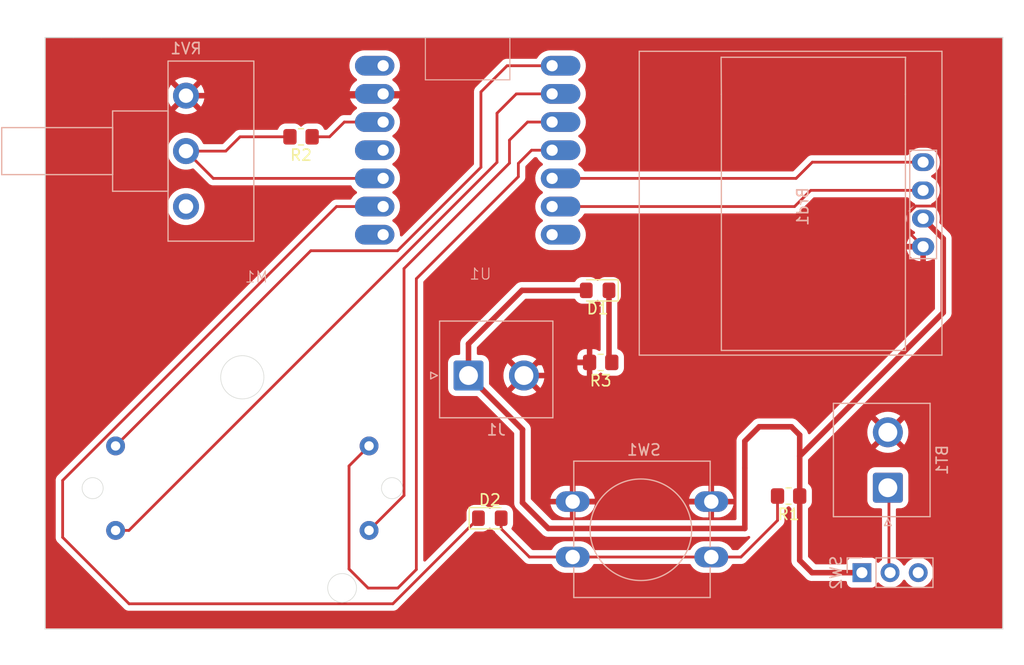
<source format=kicad_pcb>
(kicad_pcb (version 20221018) (generator pcbnew)
  (layers (0 "F.Cu" signal) (31 "B.Cu" signal) (34 "B.Paste" user) (35 "F.Paste" user) (36 "B.SilkS" user "B.Silkscreen") (37 "F.SilkS" user "F.Silkscreen") (38 "B.Mask" user) (39 "F.Mask" user) (44 "Edge.Cuts" user))
  (net 0 "")
  (net 1 "Net-(Brd1-SDA)")
  (net 2 "Net-(Brd1-SCL)")
  (net 3 "GND")
  (net 4 "VCC")
  (net 5 "Net-(D2-K)")
  (net 6 "Net-(D2-A)")
  (net 7 "Net-(U1-GPIO1_A0_D0)")
  (net 8 "Net-(U1-GPIO8_A9_D9_CIPO)")
  (net 10 "Net-(M1--)")
  (net 11 "Net-(U1-GPIO3_A2_D2)")
  (net 12 "Net-(U1-GPIO4_A3_D3)")
  (net 16 "Net-(U1-3V3)")
  (net 19 "Net-(BT1-+)")
  (net 20 "Net-(D1-K)")
  (footprint "Resistor_SMD:R_0805_2012Metric_Pad1.20x1.40mm_HandSolder" (layer "F.Cu") (at 73.875 34.35 180)
    (fp_text reference "R2" (at 0 -1.65) (layer "F.SilkS"))
    (fp_text value "1kΩ")
    (fp_line (start -0.227064 -0.735) (end 0.227064 -0.735) (stroke (width 0.12)) (layer "F.SilkS"))
    (fp_line (start -0.227064 0.735) (end 0.227064 0.735) (stroke (width 0.12)) (layer "F.SilkS"))
    (pad "1" smd roundrect (at -1 0 180) (size 1.2 1.4) (layers "F.Cu" "F.Paste" "F.Mask") (roundrect_rratio 0.2083333333) (net 16 "Net-(U1-3V3)"))
    (pad "2" smd roundrect (at 1 0 180) (size 1.2 1.4) (layers "F.Cu" "F.Paste" "F.Mask") (roundrect_rratio 0.2083333333) (net 8 "Net-(U1-GPIO8_A9_D9_CIPO)"))
  )
  (footprint "Resistor_SMD:R_0805_2012Metric_Pad1.20x1.40mm_HandSolder" (layer "F.Cu") (at 100.9 54.7 180)
    (fp_text reference "R3" (at 0 -1.65) (layer "F.SilkS"))
    (fp_text value "85Ω")
    (fp_line (start -0.227064 -0.735) (end 0.227064 -0.735) (stroke (width 0.12)) (layer "F.SilkS"))
    (fp_line (start -0.227064 0.735) (end 0.227064 0.735) (stroke (width 0.12)) (layer "F.SilkS"))
    (pad "1" smd roundrect (at -1 0 180) (size 1.2 1.4) (layers "F.Cu" "F.Paste" "F.Mask") (roundrect_rratio 0.2083333333) (net 20 "Net-(D1-K)"))
    (pad "2" smd roundrect (at 1 0 180) (size 1.2 1.4) (layers "F.Cu" "F.Paste" "F.Mask") (roundrect_rratio 0.2083333333) (net 3 "GND"))
  )
  (footprint "Resistor_SMD:R_0805_2012Metric_Pad1.20x1.40mm_HandSolder" (layer "F.Cu") (at 117.85 66.75 180)
    (fp_text reference "R1" (at 0 -1.65) (layer "F.SilkS"))
    (fp_text value "85Ω")
    (fp_line (start -0.227064 -0.735) (end 0.227064 -0.735) (stroke (width 0.12)) (layer "F.SilkS"))
    (fp_line (start -0.227064 0.735) (end 0.227064 0.735) (stroke (width 0.12)) (layer "F.SilkS"))
    (pad "1" smd roundrect (at -1 0 180) (size 1.2 1.4) (layers "F.Cu" "F.Paste" "F.Mask") (roundrect_rratio 0.2083333333) (net 4 "VCC"))
    (pad "2" smd roundrect (at 1 0 180) (size 1.2 1.4) (layers "F.Cu" "F.Paste" "F.Mask") (roundrect_rratio 0.2083333333) (net 6 "Net-(D2-A)"))
  )
  (footprint "LED_SMD:LED_0805_2012Metric_Pad1.15x1.40mm_HandSolder" (layer "F.Cu") (at 100.625 48.2 180)
    (fp_text reference "D1" (at 0 -1.65) (layer "F.SilkS"))
    (fp_text value "LED")
    (fp_line (start -1.86 -0.96) (end -1.86 0.96) (stroke (width 0.12)) (layer "F.SilkS"))
    (fp_line (start -1.86 0.96) (end 1 0.96) (stroke (width 0.12)) (layer "F.SilkS"))
    (fp_line (start 1 -0.96) (end -1.86 -0.96) (stroke (width 0.12)) (layer "F.SilkS"))
    (pad "1" smd roundrect (at -1.025 0 180) (size 1.15 1.4) (layers "F.Cu" "F.Paste" "F.Mask") (roundrect_rratio 0.2173913043) (net 20 "Net-(D1-K)"))
    (pad "2" smd roundrect (at 1.025 0 180) (size 1.15 1.4) (layers "F.Cu" "F.Paste" "F.Mask") (roundrect_rratio 0.2173913043) (net 4 "VCC"))
  )
  (footprint "LED_SMD:LED_0805_2012Metric_Pad1.15x1.40mm_HandSolder" (layer "F.Cu") (at 90.9 68.75)
    (fp_text reference "D2" (at 0 -1.65) (layer "F.SilkS"))
    (fp_text value "LED")
    (fp_line (start -1.86 -0.96) (end -1.86 0.96) (stroke (width 0.12)) (layer "F.SilkS"))
    (fp_line (start -1.86 0.96) (end 1 0.96) (stroke (width 0.12)) (layer "F.SilkS"))
    (fp_line (start 1 -0.96) (end -1.86 -0.96) (stroke (width 0.12)) (layer "F.SilkS"))
    (pad "1" smd roundrect (at -1.025 0) (size 1.15 1.4) (layers "F.Cu" "F.Paste" "F.Mask") (roundrect_rratio 0.2173913043) (net 5 "Net-(D2-K)"))
    (pad "2" smd roundrect (at 1.025 0) (size 1.15 1.4) (layers "F.Cu" "F.Paste" "F.Mask") (roundrect_rratio 0.2173913043) (net 6 "Net-(D2-A)"))
  )
  (footprint "SSD1306:128x64OLED" (layer "B.Cu") (at 119.38 40.64 90)
    (fp_text reference "Brd1" (at 0 -0.254 90) (layer "B.SilkS") (effects (justify mirror)))
    (fp_text value "SSD1306")
    (fp_line (start -13.4 -15) (end -13.4 12.3) (stroke (width 0.12)) (layer "B.SilkS"))
    (fp_line (start -13.4 12.3) (end 14 12.3) (stroke (width 0.12)) (layer "B.SilkS"))
    (fp_line (start -12.978 -7.595) (end -12.978 9.005) (stroke (width 0.12)) (layer "B.SilkS"))
    (fp_line (start -12.978 9.005) (end 10.122 9.005) (stroke (width 0.12)) (layer "B.SilkS"))
    (fp_line (start -4.699 11.811) (end -4.699 9.398) (stroke (width 0.12)) (layer "B.SilkS"))
    (fp_line (start -4.699 11.811) (end 5.08 11.811) (stroke (width 0.12)) (layer "B.SilkS"))
    (fp_line (start 5.08 9.398) (end -4.699 9.398) (stroke (width 0.12)) (layer "B.SilkS"))
    (fp_line (start 5.08 11.811) (end 5.08 9.398) (stroke (width 0.12)) (layer "B.SilkS"))
    (fp_line (start 10.122 -7.595) (end -12.978 -7.595) (stroke (width 0.12)) (layer "B.SilkS"))
    (fp_line (start 10.122 -7.595) (end 13.462 -7.62) (stroke (width 0.12)) (layer "B.SilkS"))
    (fp_line (start 10.122 9.005) (end 13.208 9.005) (stroke (width 0.12)) (layer "B.SilkS"))
    (fp_line (start 13.462 -7.62) (end 13.462 9.017) (stroke (width 0.12)) (layer "B.SilkS"))
    (fp_line (start 13.462 9.017) (end 13.208 9.005) (stroke (width 0.12)) (layer "B.SilkS"))
    (fp_line (start 14 -15) (end -13.4 -15) (stroke (width 0.12)) (layer "B.SilkS"))
    (fp_line (start 14 12.3) (end 14 -15) (stroke (width 0.12)) (layer "B.SilkS"))
    (pad "1" thru_hole oval (at -3.62 10.6) (size 2 1.6) (drill 1) (layers "*.Cu" "*.Mask") (net 3 "GND"))
    (pad "2" thru_hole oval (at -1.08 10.6) (size 2 1.6) (drill 1) (layers "*.Cu" "*.Mask") (net 4 "VCC"))
    (pad "3" thru_hole oval (at 1.46 10.6) (size 2 1.6) (drill 1) (layers "*.Cu" "*.Mask") (net 2 "Net-(Brd1-SCL)"))
    (pad "4" thru_hole oval (at 4 10.6) (size 2 1.6) (drill 1) (layers "*.Cu" "*.Mask") (net 1 "Net-(Brd1-SDA)"))
  )
  (footprint "esp32_demo:XIAO_ESP32_SENSE" (layer "B.Cu") (at 88.9 35.56 180)
    (fp_text reference "U1" (at -1.15 -11.165 unlocked) (layer "B.SilkS") (effects (font (thickness 0.1)) (justify mirror)))
    (fp_text value "~")
    (fp_line (start -3.81 6.35) (end 3.81 6.35) (stroke (width 0.1)) (layer "B.SilkS"))
    (fp_line (start -3.81 10.16) (end -3.81 6.35) (stroke (width 0.1)) (layer "B.SilkS"))
    (fp_line (start 3.81 6.35) (end 3.81 10.16) (stroke (width 0.1)) (layer "B.SilkS"))
    (pad "1" thru_hole oval (at -7.62 7.62 180) (size 3.556 1.778) (drill 1.016 (offset -0.762 0)) (layers "*.Cu" "*.Mask") (net 7 "Net-(U1-GPIO1_A0_D0)"))
    (pad "2" thru_hole oval (at -7.62 5.08 180) (size 3.556 1.778) (drill 1.016 (offset -0.762 0)) (layers "*.Cu" "*.Mask") (net 10 "Net-(M1--)"))
    (pad "3" thru_hole oval (at -7.62 2.54 180) (size 3.556 1.778) (drill 1.016 (offset -0.762 0)) (layers "*.Cu" "*.Mask") (net 11 "Net-(U1-GPIO3_A2_D2)"))
    (pad "4" thru_hole oval (at -7.62 0 180) (size 3.556 1.778) (drill 1.016 (offset -0.762 0)) (layers "*.Cu" "*.Mask") (net 12 "Net-(U1-GPIO4_A3_D3)"))
    (pad "5" thru_hole oval (at -7.62 -2.54 180) (size 3.556 1.778) (drill 1.016 (offset -0.762 0)) (layers "*.Cu" "*.Mask") (net 1 "Net-(Brd1-SDA)"))
    (pad "6" thru_hole oval (at -7.62 -5.08 180) (size 3.556 1.778) (drill 1.016 (offset -0.762 0)) (layers "*.Cu" "*.Mask") (net 2 "Net-(Brd1-SCL)"))
    (pad "7" thru_hole oval (at -7.62 -7.62 180) (size 3.556 1.778) (drill 1.016 (offset -0.762 0)) (layers "*.Cu" "*.Mask"))
    (pad "8" thru_hole oval (at 7.62 7.62 180) (size 3.556 1.778) (drill 1.016 (offset 0.762 0)) (layers "*.Cu" "*.Mask"))
    (pad "9" thru_hole oval (at 7.62 5.08 180) (size 3.556 1.778) (drill 1.016 (offset 0.762 0)) (layers "*.Cu" "*.Mask") (net 3 "GND"))
    (pad "10" thru_hole oval (at 7.62 2.54 180) (size 3.556 1.778) (drill 1.016 (offset 0.762 0)) (layers "*.Cu" "*.Mask") (net 16 "Net-(U1-3V3)"))
    (pad "11" thru_hole oval (at 7.62 0 180) (size 3.556 1.778) (drill 1.016 (offset 0.762 0)) (layers "*.Cu" "*.Mask"))
    (pad "12" thru_hole oval (at 7.62 -2.54 180) (size 3.556 1.778) (drill 1.016 (offset 0.762 0)) (layers "*.Cu" "*.Mask") (net 8 "Net-(U1-GPIO8_A9_D9_CIPO)"))
    (pad "13" thru_hole oval (at 7.62 -5.08 180) (size 3.556 1.778) (drill 1.016 (offset 0.762 0)) (layers "*.Cu" "*.Mask") (net 5 "Net-(D2-K)"))
    (pad "14" thru_hole oval (at 7.62 -7.62 180) (size 3.556 1.778) (drill 1.016 (offset 0.762 0)) (layers "*.Cu" "*.Mask"))
  )
  (footprint "Potentiometer_THT:Potentiometer_Piher_T-16H_Single_Horizontal" (layer "B.Cu") (at 63.5 40.64 180)
    (fp_text reference "RV1" (at 0 14.25) (layer "B.SilkS") (effects (justify mirror)))
    (fp_text value "5kΩ")
    (fp_line (start -6.12 -3.12) (end 1.62 -3.12) (stroke (width 0.12)) (layer "B.SilkS"))
    (fp_line (start -6.12 13.12) (end -6.12 -3.12) (stroke (width 0.12)) (layer "B.SilkS"))
    (fp_line (start -6.12 13.12) (end 1.62 13.12) (stroke (width 0.12)) (layer "B.SilkS"))
    (fp_line (start 1.62 1.38) (end 6.62 1.38) (stroke (width 0.12)) (layer "B.SilkS"))
    (fp_line (start 1.62 8.62) (end 1.62 1.38) (stroke (width 0.12)) (layer "B.SilkS"))
    (fp_line (start 1.62 8.62) (end 6.62 8.62) (stroke (width 0.12)) (layer "B.SilkS"))
    (fp_line (start 1.62 13.12) (end 1.62 -3.12) (stroke (width 0.12)) (layer "B.SilkS"))
    (fp_line (start 6.62 2.88) (end 16.62 2.88) (stroke (width 0.12)) (layer "B.SilkS"))
    (fp_line (start 6.62 7.12) (end 6.62 2.88) (stroke (width 0.12)) (layer "B.SilkS"))
    (fp_line (start 6.62 7.12) (end 16.62 7.12) (stroke (width 0.12)) (layer "B.SilkS"))
    (fp_line (start 6.62 8.62) (end 6.62 1.38) (stroke (width 0.12)) (layer "B.SilkS"))
    (fp_line (start 16.62 7.12) (end 16.62 2.88) (stroke (width 0.12)) (layer "B.SilkS"))
    (pad "1" thru_hole circle (at 0 0 180) (size 2.34 2.34) (drill 1.3) (layers "*.Cu" "*.Mask"))
    (pad "2" thru_hole circle (at 0 5 180) (size 2.34 2.34) (drill 1.3) (layers "*.Cu" "*.Mask") (net 8 "Net-(U1-GPIO8_A9_D9_CIPO)"))
    (pad "3" thru_hole circle (at 0 10 180) (size 2.34 2.34) (drill 1.3) (layers "*.Cu" "*.Mask") (net 3 "GND"))
  )
  (footprint "Connector_JST:JST_NV_B02P-NV_1x02_P5.00mm_Vertical" (layer "B.Cu") (at 126.8 66 90)
    (fp_text reference "BT1" (at 2.5 4.9 90) (layer "B.SilkS") (effects (justify mirror)))
    (fp_text value "Battery_Cell")
    (fp_line (start -3.41 -0.3) (end -3.41 0.3) (stroke (width 0.12)) (layer "B.SilkS"))
    (fp_line (start -3.41 0.3) (end -2.81 0) (stroke (width 0.12)) (layer "B.SilkS"))
    (fp_line (start -2.81 0) (end -3.41 -0.3) (stroke (width 0.12)) (layer "B.SilkS"))
    (fp_line (start -2.61 -4.91) (end 7.61 -4.91) (stroke (width 0.12)) (layer "B.SilkS"))
    (fp_line (start -2.61 3.81) (end -2.61 -4.91) (stroke (width 0.12)) (layer "B.SilkS"))
    (fp_line (start 7.61 -4.91) (end 7.61 3.81) (stroke (width 0.12)) (layer "B.SilkS"))
    (fp_line (start 7.61 3.81) (end -2.61 3.81) (stroke (width 0.12)) (layer "B.SilkS"))
    (pad "1" thru_hole roundrect (at 0 0 90) (size 2.7 2.7) (drill 1.7) (layers "*.Cu" "*.Mask") (roundrect_rratio 0.09259296296) (net 19 "Net-(BT1-+)"))
    (pad "2" thru_hole circle (at 5 0 90) (size 2.7 2.7) (drill 1.7) (layers "*.Cu" "*.Mask") (net 3 "GND"))
  )
  (footprint "Button_Switch_THT:SW_PUSH-12mm" (layer "B.Cu") (at 110.875 67.25 180)
    (fp_text reference "SW1" (at 6.08 4.66) (layer "B.SilkS") (effects (justify mirror)))
    (fp_text value "SW_SPST")
    (fp_line (start 0.1 -8.65) (end 0.1 -5.93) (stroke (width 0.12)) (layer "B.SilkS"))
    (fp_line (start 0.1 -4.07) (end 0.1 -0.93) (stroke (width 0.12)) (layer "B.SilkS"))
    (fp_line (start 0.1 0.93) (end 0.1 3.65) (stroke (width 0.12)) (layer "B.SilkS"))
    (fp_line (start 0.1 3.65) (end 12.4 3.65) (stroke (width 0.12)) (layer "B.SilkS"))
    (fp_line (start 12.4 -8.65) (end 0.1 -8.65) (stroke (width 0.12)) (layer "B.SilkS"))
    (fp_line (start 12.4 -5.93) (end 12.4 -8.65) (stroke (width 0.12)) (layer "B.SilkS"))
    (fp_line (start 12.4 -0.93) (end 12.4 -4.07) (stroke (width 0.12)) (layer "B.SilkS"))
    (fp_line (start 12.4 3.65) (end 12.4 0.93) (stroke (width 0.12)) (layer "B.SilkS"))
    (fp_circle (center 6.35 -2.54) (end 10.16 -5.08) (stroke (width 0.12)) (fill none) (layer "B.SilkS"))
    (pad "1" thru_hole oval (at 0 0 180) (size 3.048 1.85) (drill 1.3) (layers "*.Cu" "*.Mask") (net 3 "GND"))
    (pad "1" thru_hole oval (at 12.5 0 180) (size 3.048 1.85) (drill 1.3) (layers "*.Cu" "*.Mask") (net 3 "GND"))
    (pad "2" thru_hole oval (at 0 -5 180) (size 3.048 1.85) (drill 1.3) (layers "*.Cu" "*.Mask") (net 6 "Net-(D2-A)"))
    (pad "2" thru_hole oval (at 12.5 -5 180) (size 3.048 1.85) (drill 1.3) (layers "*.Cu" "*.Mask") (net 6 "Net-(D2-A)"))
  )
  (footprint "Connector_PinHeader_2.54mm:PinHeader_1x03_P2.54mm_Vertical" (layer "B.Cu") (at 124.46 73.66 -90)
    (fp_text reference "SW2" (at 0 2.33 90) (layer "B.SilkS") (effects (justify mirror)))
    (fp_text value "SW_SPDT")
    (fp_line (start -1.33 -6.41) (end 1.33 -6.41) (stroke (width 0.12)) (layer "B.SilkS"))
    (fp_line (start -1.33 -1.27) (end -1.33 -6.41) (stroke (width 0.12)) (layer "B.SilkS"))
    (fp_line (start -1.33 -1.27) (end 1.33 -1.27) (stroke (width 0.12)) (layer "B.SilkS"))
    (fp_line (start -1.33 0) (end -1.33 1.33) (stroke (width 0.12)) (layer "B.SilkS"))
    (fp_line (start -1.33 1.33) (end 0 1.33) (stroke (width 0.12)) (layer "B.SilkS"))
    (fp_line (start 1.33 -1.27) (end 1.33 -6.41) (stroke (width 0.12)) (layer "B.SilkS"))
    (pad "1" thru_hole rect (at 0 0 270) (size 1.7 1.7) (drill 1) (layers "*.Cu" "*.Mask") (net 4 "VCC"))
    (pad "2" thru_hole oval (at 0 -2.54 270) (size 1.7 1.7) (drill 1) (layers "*.Cu" "*.Mask") (net 19 "Net-(BT1-+)"))
    (pad "3" thru_hole oval (at 0 -5.08 270) (size 1.7 1.7) (drill 1) (layers "*.Cu" "*.Mask"))
  )
  (footprint "Connector_JST:JST_NV_B02P-NV_1x02_P5.00mm_Vertical" (layer "B.Cu") (at 88.98 55.88)
    (fp_text reference "J1" (at 2.5 4.9) (layer "B.SilkS") (effects (justify mirror)))
    (fp_text value "Conn_01x02_Pin")
    (fp_line (start -3.41 -0.3) (end -3.41 0.3) (stroke (width 0.12)) (layer "B.SilkS"))
    (fp_line (start -3.41 0.3) (end -2.81 0) (stroke (width 0.12)) (layer "B.SilkS"))
    (fp_line (start -2.81 0) (end -3.41 -0.3) (stroke (width 0.12)) (layer "B.SilkS"))
    (fp_line (start -2.61 -4.91) (end 7.61 -4.91) (stroke (width 0.12)) (layer "B.SilkS"))
    (fp_line (start -2.61 3.81) (end -2.61 -4.91) (stroke (width 0.12)) (layer "B.SilkS"))
    (fp_line (start 7.61 -4.91) (end 7.61 3.81) (stroke (width 0.12)) (layer "B.SilkS"))
    (fp_line (start 7.61 3.81) (end -2.61 3.81) (stroke (width 0.12)) (layer "B.SilkS"))
    (pad "1" thru_hole roundrect (at 0 0) (size 2.7 2.7) (drill 1.7) (layers "*.Cu" "*.Mask") (roundrect_rratio 0.09259296296) (net 4 "VCC"))
    (pad "2" thru_hole circle (at 5 0) (size 2.7 2.7) (drill 1.7) (layers "*.Cu" "*.Mask") (net 3 "GND"))
  )
  (footprint "motor_demo:x27_stepper" (layer "B.Cu") (at 66.04 76.2 180)
    (fp_text reference "M1" (at -3.81 29.21 unlocked) (layer "B.SilkS") (effects (font (thickness 0.1)) (justify mirror)))
    (fp_text value "Stepper_Motor_bipolar")
    (fp_circle (center -16.04 10.16) (end -15.09 10.16) (stroke (width 0.05)) (fill none) (layer "Edge.Cuts"))
    (fp_circle (center -11.54 1.16) (end -10.24 1.16) (stroke (width 0.05)) (fill none) (layer "Edge.Cuts"))
    (fp_circle (center -2.54 20.16) (end -0.59 20.16) (stroke (width 0.05)) (fill none) (layer "Edge.Cuts"))
    (fp_circle (center 10.96 10.16) (end 11.91 10.16) (stroke (width 0.05)) (fill none) (layer "Edge.Cuts"))
    (pad "1" thru_hole circle (at 8.89 13.97 180) (size 1.7 1.7) (drill 0.85) (layers "*.Cu" "*.Mask") (net 7 "Net-(U1-GPIO1_A0_D0)"))
    (pad "2" thru_hole circle (at 8.89 6.35 180) (size 1.7 1.7) (drill 0.85) (layers "*.Cu" "*.Mask") (net 10 "Net-(M1--)"))
    (pad "3" thru_hole circle (at -13.97 6.35 180) (size 1.7 1.7) (drill 0.85) (layers "*.Cu" "*.Mask") (net 11 "Net-(U1-GPIO3_A2_D2)"))
    (pad "4" thru_hole circle (at -13.97 13.97 180) (size 1.7 1.7) (drill 0.85) (layers "*.Cu" "*.Mask") (net 12 "Net-(U1-GPIO4_A3_D3)"))
  )
  (gr_line (start 50.8 25.4) (end 53.34 25.4) (stroke (width 0.1)) (layer "Edge.Cuts"))
  (gr_line (start 55.88 25.4) (end 137.16 25.4) (stroke (width 0.1)) (layer "Edge.Cuts"))
  (gr_line (start 137.16 25.4) (end 137.16 78.74) (stroke (width 0.1)) (layer "Edge.Cuts"))
  (gr_line (start 53.34 25.4) (end 55.88 25.4) (stroke (width 0.1)) (layer "Edge.Cuts"))
  (gr_line (start 50.8 78.74) (end 50.8 25.4) (stroke (width 0.1)) (layer "Edge.Cuts"))
  (gr_line (start 137.16 78.74) (end 50.8 78.74) (stroke (width 0.1)) (layer "Edge.Cuts"))
  (segment (start 96.52 38.1) (end 118.525 38.1) (width 0.25) (layer "F.Cu") (net 1))
  (segment (start 119.985 36.64) (end 129.98 36.64) (width 0.25) (layer "F.Cu") (net 1))
  (segment (start 118.525 38.1) (end 119.985 36.64) (width 0.25) (layer "F.Cu") (net 1))
  (segment (start 96.52 40.64) (end 118.385 40.64) (width 0.25) (layer "F.Cu") (net 2))
  (segment (start 118.385 40.64) (end 119.845 39.18) (width 0.25) (layer "F.Cu") (net 2))
  (segment (start 119.845 39.18) (end 129.98 39.18) (width 0.25) (layer "F.Cu") (net 2))
  (segment (start 129.98 44.26) (end 128.655 42.935) (width 0.25) (layer "F.Cu") (net 3))
  (segment (start 126.9 60.925) (end 131.755 56.07) (width 0.5) (layer "F.Cu") (net 3))
  (segment (start 133 40.6) (end 133 54.825) (width 0.5) (layer "F.Cu") (net 3))
  (segment (start 120.44 44.26) (end 129.98 44.26) (width 0.5) (layer "F.Cu") (net 3))
  (segment (start 96.48 55.88) (end 93.98 55.88) (width 0.5) (layer "F.Cu") (net 3))
  (segment (start 81.12 30.64) (end 81.28 30.48) (width 0.25) (layer "F.Cu") (net 3))
  (segment (start 99.9 54.7) (end 95.16 54.7) (width 0.5) (layer "F.Cu") (net 3))
  (segment (start 83.06 30.64) (end 87.5 26.2) (width 0.5) (layer "F.Cu") (net 3))
  (segment (start 128.655 42.935) (end 128.655 41.25401) (width 0.25) (layer "F.Cu") (net 3))
  (segment (start 63.5 30.64) (end 81.12 30.64) (width 0.5) (layer "F.Cu") (net 3))
  (segment (start 95.16 54.7) (end 93.98 55.88) (width 0.25) (layer "F.Cu") (net 3))
  (segment (start 133 31.4) (end 133 40.6) (width 0.5) (layer "F.Cu") (net 3))
  (segment (start 98.375 67.25) (end 98.375 57.775) (width 0.5) (layer "F.Cu") (net 3))
  (segment (start 98.375 57.775) (end 96.48 55.88) (width 0.5) (layer "F.Cu") (net 3))
  (segment (start 98.375 67.25) (end 110.875 67.25) (width 0.5) (layer "F.Cu") (net 3))
  (segment (start 87.5 26.2) (end 127.8 26.2) (width 0.5) (layer "F.Cu") (net 3))
  (segment (start 81.12 30.64) (end 83.06 30.64) (width 0.5) (layer "F.Cu") (net 3))
  (segment (start 132.995 40.595) (end 133 40.6) (width 0.25) (layer "F.Cu") (net 3))
  (segment (start 129.31401 40.595) (end 132.995 40.595) (width 0.25) (layer "F.Cu") (net 3))
  (segment (start 110.875 53.825) (end 120.44 44.26) (width 0.5) (layer "F.Cu") (net 3))
  (segment (start 128.655 41.25401) (end 129.31401 40.595) (width 0.25) (layer "F.Cu") (net 3))
  (segment (start 127.8 26.2) (end 133 31.4) (width 0.5) (layer "F.Cu") (net 3))
  (segment (start 110.875 67.25) (end 110.875 53.825) (width 0.5) (layer "F.Cu") (net 3))
  (segment (start 133 54.825) (end 131.755 56.07) (width 0.5) (layer "F.Cu") (net 3))
  (segment (start 88.98 55.88) (end 88.98 53.02) (width 0.5) (layer "F.Cu") (net 4))
  (segment (start 88.98 53.02) (end 93.8 48.2) (width 0.5) (layer "F.Cu") (net 4))
  (segment (start 118.85 66.75) (end 118.85 63.15) (width 0.5) (layer "F.Cu") (net 4))
  (segment (start 115.2 60.5) (end 118.1 60.5) (width 0.5) (layer "F.Cu") (net 4))
  (segment (start 113.9 61.8) (end 115.2 60.5) (width 0.5) (layer "F.Cu") (net 4))
  (segment (start 88.98 55.88) (end 93.85 60.75) (width 0.5) (layer "F.Cu") (net 4))
  (segment (start 113.9 69.675) (end 113.9 64.225) (width 0.5) (layer "F.Cu") (net 4))
  (segment (start 118.85 63.15) (end 131.8 50.2) (width 0.5) (layer "F.Cu") (net 4))
  (segment (start 131.8 43.54) (end 129.98 41.72) (width 0.5) (layer "F.Cu") (net 4))
  (segment (start 118.85 61.25) (end 118.85 63.15) (width 0.5) (layer "F.Cu") (net 4))
  (segment (start 131.8 50.2) (end 131.8 43.54) (width 0.5) (layer "F.Cu") (net 4))
  (segment (start 96.175 69.675) (end 113.9 69.675) (width 0.5) (layer "F.Cu") (net 4))
  (segment (start 119.96 73.66) (end 124.46 73.66) (width 0.5) (layer "F.Cu") (net 4))
  (segment (start 113.9 64.225) (end 113.9 61.8) (width 0.5) (layer "F.Cu") (net 4))
  (segment (start 118.1 60.5) (end 118.85 61.25) (width 0.5) (layer "F.Cu") (net 4))
  (segment (start 93.85 67.35) (end 96.175 69.675) (width 0.5) (layer "F.Cu") (net 4))
  (segment (start 93.8 48.2) (end 99.6 48.2) (width 0.5) (layer "F.Cu") (net 4))
  (segment (start 118.85 66.75) (end 118.85 72.55) (width 0.5) (layer "F.Cu") (net 4))
  (segment (start 93.85 60.75) (end 93.85 67.35) (width 0.5) (layer "F.Cu") (net 4))
  (segment (start 118.85 72.55) (end 119.96 73.66) (width 0.5) (layer "F.Cu") (net 4))
  (segment (start 52.375 65.343299) (end 77.078299 40.64) (width 0.25) (layer "F.Cu") (net 5))
  (segment (start 77.078299 40.64) (end 81.28 40.64) (width 0.25) (layer "F.Cu") (net 5))
  (segment (start 89.875 68.75) (end 82.157473 76.467527) (width 0.25) (layer "F.Cu") (net 5))
  (segment (start 82.157473 76.467527) (end 58.367527 76.467527) (width 0.25) (layer "F.Cu") (net 5))
  (segment (start 52.375 70.475) (end 52.375 65.343299) (width 0.25) (layer "F.Cu") (net 5))
  (segment (start 58.367527 76.467527) (end 52.375 70.475) (width 0.25) (layer "F.Cu") (net 5))
  (segment (start 116.85 66.75) (end 116.85 68.95) (width 0.25) (layer "F.Cu") (net 6))
  (segment (start 91.925 69.7) (end 94.475 72.25) (width 0.25) (layer "F.Cu") (net 6))
  (segment (start 94.475 72.25) (end 98.375 72.25) (width 0.25) (layer "F.Cu") (net 6))
  (segment (start 113.55 72.25) (end 110.875 72.25) (width 0.25) (layer "F.Cu") (net 6))
  (segment (start 91.925 68.75) (end 91.925 69.7) (width 0.25) (layer "F.Cu") (net 6))
  (segment (start 116.85 68.95) (end 113.55 72.25) (width 0.25) (layer "F.Cu") (net 6))
  (segment (start 98.375 72.25) (end 110.875 72.25) (width 0.25) (layer "F.Cu") (net 6))
  (segment (start 92.46 27.94) (end 96.52 27.94) (width 0.25) (layer "F.Cu") (net 7))
  (segment (start 82.575 44.625) (end 90.1 37.1) (width 0.25) (layer "F.Cu") (net 7))
  (segment (start 90.1 30.3) (end 92.46 27.94) (width 0.25) (layer "F.Cu") (net 7))
  (segment (start 90.1 37.1) (end 90.1 30.3) (width 0.25) (layer "F.Cu") (net 7))
  (segment (start 74.755 44.625) (end 82.575 44.625) (width 0.25) (layer "F.Cu") (net 7))
  (segment (start 57.15 62.23) (end 74.755 44.625) (width 0.25) (layer "F.Cu") (net 7))
  (segment (start 65.96 38.1) (end 81.28 38.1) (width 0.25) (layer "F.Cu") (net 8))
  (segment (start 68.375 34.35) (end 67.085 35.64) (width 0.25) (layer "F.Cu") (net 8))
  (segment (start 63.5 35.64) (end 65.96 38.1) (width 0.25) (layer "F.Cu") (net 8))
  (segment (start 67.085 35.64) (end 63.5 35.64) (width 0.25) (layer "F.Cu") (net 8))
  (segment (start 72.875 34.35) (end 68.375 34.35) (width 0.25) (layer "F.Cu") (net 8))
  (segment (start 91.55 32.225) (end 93.295 30.48) (width 0.25) (layer "F.Cu") (net 10))
  (segment (start 57.15 69.85) (end 58.352081 69.85) (width 0.25) (layer "F.Cu") (net 10))
  (segment (start 58.352081 69.85) (end 91.55 36.652081) (width 0.25) (layer "F.Cu") (net 10))
  (segment (start 91.55 36.652081) (end 91.55 32.225) (width 0.25) (layer "F.Cu") (net 10))
  (segment (start 93.295 30.48) (end 96.52 30.48) (width 0.25) (layer "F.Cu") (net 10))
  (segment (start 80.01 69.85) (end 83.16312 66.69688) (width 0.25) (layer "F.Cu") (net 11))
  (segment (start 92.675 34.65) (end 94.305 33.02) (width 0.25) (layer "F.Cu") (net 11))
  (segment (start 92.675 36.725) (end 92.675 34.65) (width 0.25) (layer "F.Cu") (net 11))
  (segment (start 83.16312 66.69688) (end 83.16312 46.23688) (width 0.25) (layer "F.Cu") (net 11))
  (segment (start 94.305 33.02) (end 96.52 33.02) (width 0.25) (layer "F.Cu") (net 11))
  (segment (start 83.16312 46.23688) (end 92.675 36.725) (width 0.25) (layer "F.Cu") (net 11))
  (segment (start 80.01 62.23) (end 78.204433 64.035567) (width 0.25) (layer "F.Cu") (net 12))
  (segment (start 93.475 36.75) (end 94.665 35.56) (width 0.25) (layer "F.Cu") (net 12))
  (segment (start 79.925 75.05) (end 82.6 75.05) (width 0.25) (layer "F.Cu") (net 12))
  (segment (start 78.204433 73.329433) (end 79.925 75.05) (width 0.25) (layer "F.Cu") (net 12))
  (segment (start 94.665 35.56) (end 96.52 35.56) (width 0.25) (layer "F.Cu") (net 12))
  (segment (start 82.6 75.05) (end 84.275 73.375) (width 0.25) (layer "F.Cu") (net 12))
  (segment (start 84.275 73.375) (end 84.275 47.15) (width 0.25) (layer "F.Cu") (net 12))
  (segment (start 84.275 47.15) (end 93.475 37.95) (width 0.25) (layer "F.Cu") (net 12))
  (segment (start 78.204433 64.035567) (end 78.204433 73.329433) (width 0.25) (layer "F.Cu") (net 12))
  (segment (start 93.475 37.95) (end 93.475 36.75) (width 0.25) (layer "F.Cu") (net 12))
  (segment (start 77.78 33.02) (end 81.28 33.02) (width 0.25) (layer "F.Cu") (net 16))
  (segment (start 74.875 34.35) (end 76.45 34.35) (width 0.25) (layer "F.Cu") (net 16))
  (segment (start 76.45 34.35) (end 77.78 33.02) (width 0.25) (layer "F.Cu") (net 16))
  (segment (start 126.9 73.56) (end 127 73.66) (width 0.25) (layer "F.Cu") (net 19))
  (segment (start 126.9 65.925) (end 126.9 73.56) (width 0.25) (layer "F.Cu") (net 19))
  (segment (start 101.65 48.2) (end 101.65 54.45) (width 0.5) (layer "F.Cu") (net 20))
  (segment (start 101.65 54.45) (end 101.9 54.7) (width 0.25) (layer "F.Cu") (net 20))
  (zone (net 3) (net_name "GND") (layer "F.Cu") (connect_pads (clearance 0.5)) (min_thickness 0.25) (fill yes (thermal_gap 0.5) (thermal_bridge_width 0.5))
    (polygon (pts (xy 49.3 23.1) (xy 138.6 22.9) (xy 139.1 81.4) (xy 48.1 82) (xy 49.1 23.1)))
  )
)
</source>
